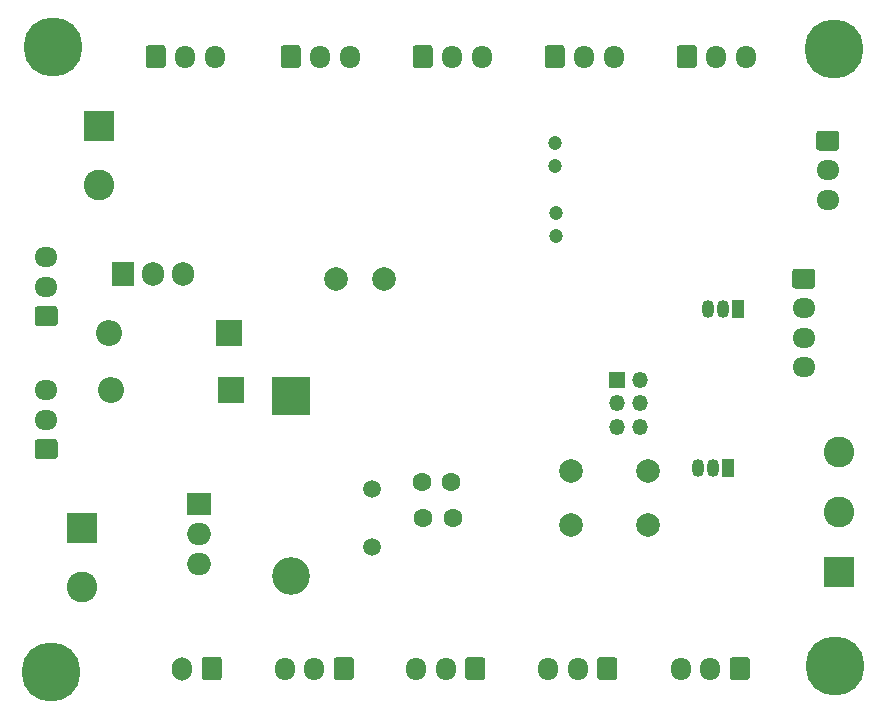
<source format=gbr>
%TF.GenerationSoftware,KiCad,Pcbnew,(5.1.8)-1*%
%TF.CreationDate,2021-09-09T16:11:34+01:00*%
%TF.ProjectId,OSC21,4f534332-312e-46b6-9963-61645f706362,rev?*%
%TF.SameCoordinates,Original*%
%TF.FileFunction,Soldermask,Bot*%
%TF.FilePolarity,Negative*%
%FSLAX46Y46*%
G04 Gerber Fmt 4.6, Leading zero omitted, Abs format (unit mm)*
G04 Created by KiCad (PCBNEW (5.1.8)-1) date 2021-09-09 16:11:34*
%MOMM*%
%LPD*%
G01*
G04 APERTURE LIST*
%ADD10O,1.950000X1.700000*%
%ADD11C,2.600000*%
%ADD12R,2.600000X2.600000*%
%ADD13O,1.700000X1.950000*%
%ADD14C,1.600000*%
%ADD15C,1.500000*%
%ADD16C,2.000000*%
%ADD17R,1.050000X1.500000*%
%ADD18O,1.050000X1.500000*%
%ADD19O,2.000000X1.905000*%
%ADD20R,2.000000X1.905000*%
%ADD21O,1.905000X2.000000*%
%ADD22R,1.905000X2.000000*%
%ADD23O,1.700000X2.000000*%
%ADD24O,1.350000X1.350000*%
%ADD25R,1.350000X1.350000*%
%ADD26C,5.000000*%
%ADD27O,3.200000X3.200000*%
%ADD28R,3.200000X3.200000*%
%ADD29O,2.200000X2.200000*%
%ADD30R,2.200000X2.200000*%
%ADD31C,1.200000*%
G04 APERTURE END LIST*
D10*
%TO.C,DIGITAL3*%
X124206000Y-97893500D03*
X124206000Y-100393500D03*
G36*
G01*
X124931000Y-103743500D02*
X123481000Y-103743500D01*
G75*
G02*
X123231000Y-103493500I0J250000D01*
G01*
X123231000Y-102293500D01*
G75*
G02*
X123481000Y-102043500I250000J0D01*
G01*
X124931000Y-102043500D01*
G75*
G02*
X125181000Y-102293500I0J-250000D01*
G01*
X125181000Y-103493500D01*
G75*
G02*
X124931000Y-103743500I-250000J0D01*
G01*
G37*
%TD*%
D11*
%TO.C,PWM2*%
X191325500Y-103124000D03*
X191325500Y-108204000D03*
D12*
X191325500Y-113284000D03*
%TD*%
D13*
%TO.C,PWM1*%
X177943500Y-121475500D03*
X180443500Y-121475500D03*
G36*
G01*
X183793500Y-120750500D02*
X183793500Y-122200500D01*
G75*
G02*
X183543500Y-122450500I-250000J0D01*
G01*
X182343500Y-122450500D01*
G75*
G02*
X182093500Y-122200500I0J250000D01*
G01*
X182093500Y-120750500D01*
G75*
G02*
X182343500Y-120500500I250000J0D01*
G01*
X183543500Y-120500500D01*
G75*
G02*
X183793500Y-120750500I0J-250000D01*
G01*
G37*
%TD*%
D11*
%TO.C,J1*%
X128714500Y-80565000D03*
D12*
X128714500Y-75565000D03*
%TD*%
D13*
%TO.C,DIGITAL2*%
X166704000Y-121475500D03*
X169204000Y-121475500D03*
G36*
G01*
X172554000Y-120750500D02*
X172554000Y-122200500D01*
G75*
G02*
X172304000Y-122450500I-250000J0D01*
G01*
X171104000Y-122450500D01*
G75*
G02*
X170854000Y-122200500I0J250000D01*
G01*
X170854000Y-120750500D01*
G75*
G02*
X171104000Y-120500500I250000J0D01*
G01*
X172304000Y-120500500D01*
G75*
G02*
X172554000Y-120750500I0J-250000D01*
G01*
G37*
%TD*%
D14*
%TO.C,C2*%
X158646500Y-108712000D03*
X156146500Y-108712000D03*
%TD*%
%TO.C,C1*%
X158519500Y-105664000D03*
X156019500Y-105664000D03*
%TD*%
D15*
%TO.C,Y1*%
X151828500Y-111179000D03*
X151828500Y-106299000D03*
%TD*%
D16*
%TO.C,SW1*%
X175156000Y-104775000D03*
X175156000Y-109275000D03*
X168656000Y-104775000D03*
X168656000Y-109275000D03*
%TD*%
D17*
%TO.C,Q4*%
X181927500Y-104521000D03*
D18*
X179387500Y-104521000D03*
X180657500Y-104521000D03*
%TD*%
D17*
%TO.C,Q3*%
X182753000Y-90995500D03*
D18*
X180213000Y-90995500D03*
X181483000Y-90995500D03*
%TD*%
D19*
%TO.C,Q2*%
X137160000Y-112649000D03*
X137160000Y-110109000D03*
D20*
X137160000Y-107569000D03*
%TD*%
D21*
%TO.C,Q1*%
X135826500Y-88074500D03*
X133286500Y-88074500D03*
D22*
X130746500Y-88074500D03*
%TD*%
D16*
%TO.C,L1*%
X152780500Y-88519000D03*
X148780500Y-88519000D03*
%TD*%
D13*
%TO.C,ANALOG4*%
X149907000Y-69659500D03*
X147407000Y-69659500D03*
G36*
G01*
X144057000Y-70384500D02*
X144057000Y-68934500D01*
G75*
G02*
X144307000Y-68684500I250000J0D01*
G01*
X145507000Y-68684500D01*
G75*
G02*
X145757000Y-68934500I0J-250000D01*
G01*
X145757000Y-70384500D01*
G75*
G02*
X145507000Y-70634500I-250000J0D01*
G01*
X144307000Y-70634500D01*
G75*
G02*
X144057000Y-70384500I0J250000D01*
G01*
G37*
%TD*%
%TO.C,ANALOG3*%
X161083000Y-69659500D03*
X158583000Y-69659500D03*
G36*
G01*
X155233000Y-70384500D02*
X155233000Y-68934500D01*
G75*
G02*
X155483000Y-68684500I250000J0D01*
G01*
X156683000Y-68684500D01*
G75*
G02*
X156933000Y-68934500I0J-250000D01*
G01*
X156933000Y-70384500D01*
G75*
G02*
X156683000Y-70634500I-250000J0D01*
G01*
X155483000Y-70634500D01*
G75*
G02*
X155233000Y-70384500I0J250000D01*
G01*
G37*
%TD*%
%TO.C,DIGITAL4*%
X155528000Y-121475500D03*
X158028000Y-121475500D03*
G36*
G01*
X161378000Y-120750500D02*
X161378000Y-122200500D01*
G75*
G02*
X161128000Y-122450500I-250000J0D01*
G01*
X159928000Y-122450500D01*
G75*
G02*
X159678000Y-122200500I0J250000D01*
G01*
X159678000Y-120750500D01*
G75*
G02*
X159928000Y-120500500I250000J0D01*
G01*
X161128000Y-120500500D01*
G75*
G02*
X161378000Y-120750500I0J-250000D01*
G01*
G37*
%TD*%
%TO.C,DIGITAL1*%
X138477000Y-69659500D03*
X135977000Y-69659500D03*
G36*
G01*
X132627000Y-70384500D02*
X132627000Y-68934500D01*
G75*
G02*
X132877000Y-68684500I250000J0D01*
G01*
X134077000Y-68684500D01*
G75*
G02*
X134327000Y-68934500I0J-250000D01*
G01*
X134327000Y-70384500D01*
G75*
G02*
X134077000Y-70634500I-250000J0D01*
G01*
X132877000Y-70634500D01*
G75*
G02*
X132627000Y-70384500I0J250000D01*
G01*
G37*
%TD*%
%TO.C,ANALOG2*%
X183451500Y-69659500D03*
X180951500Y-69659500D03*
G36*
G01*
X177601500Y-70384500D02*
X177601500Y-68934500D01*
G75*
G02*
X177851500Y-68684500I250000J0D01*
G01*
X179051500Y-68684500D01*
G75*
G02*
X179301500Y-68934500I0J-250000D01*
G01*
X179301500Y-70384500D01*
G75*
G02*
X179051500Y-70634500I-250000J0D01*
G01*
X177851500Y-70634500D01*
G75*
G02*
X177601500Y-70384500I0J250000D01*
G01*
G37*
%TD*%
%TO.C,ANALOG1*%
X172259000Y-69659500D03*
X169759000Y-69659500D03*
G36*
G01*
X166409000Y-70384500D02*
X166409000Y-68934500D01*
G75*
G02*
X166659000Y-68684500I250000J0D01*
G01*
X167859000Y-68684500D01*
G75*
G02*
X168109000Y-68934500I0J-250000D01*
G01*
X168109000Y-70384500D01*
G75*
G02*
X167859000Y-70634500I-250000J0D01*
G01*
X166659000Y-70634500D01*
G75*
G02*
X166409000Y-70384500I0J250000D01*
G01*
G37*
%TD*%
%TO.C,PWM4*%
X144415500Y-121475500D03*
X146915500Y-121475500D03*
G36*
G01*
X150265500Y-120750500D02*
X150265500Y-122200500D01*
G75*
G02*
X150015500Y-122450500I-250000J0D01*
G01*
X148815500Y-122450500D01*
G75*
G02*
X148565500Y-122200500I0J250000D01*
G01*
X148565500Y-120750500D01*
G75*
G02*
X148815500Y-120500500I250000J0D01*
G01*
X150015500Y-120500500D01*
G75*
G02*
X150265500Y-120750500I0J-250000D01*
G01*
G37*
%TD*%
D10*
%TO.C,PWM3*%
X124206000Y-86630500D03*
X124206000Y-89130500D03*
G36*
G01*
X124931000Y-92480500D02*
X123481000Y-92480500D01*
G75*
G02*
X123231000Y-92230500I0J250000D01*
G01*
X123231000Y-91030500D01*
G75*
G02*
X123481000Y-90780500I250000J0D01*
G01*
X124931000Y-90780500D01*
G75*
G02*
X125181000Y-91030500I0J-250000D01*
G01*
X125181000Y-92230500D01*
G75*
G02*
X124931000Y-92480500I-250000J0D01*
G01*
G37*
%TD*%
D23*
%TO.C,UART1*%
X135739500Y-121475500D03*
G36*
G01*
X139089500Y-120725500D02*
X139089500Y-122225500D01*
G75*
G02*
X138839500Y-122475500I-250000J0D01*
G01*
X137639500Y-122475500D01*
G75*
G02*
X137389500Y-122225500I0J250000D01*
G01*
X137389500Y-120725500D01*
G75*
G02*
X137639500Y-120475500I250000J0D01*
G01*
X138839500Y-120475500D01*
G75*
G02*
X139089500Y-120725500I0J-250000D01*
G01*
G37*
%TD*%
D11*
%TO.C,solenoid1*%
X127254000Y-114537500D03*
D12*
X127254000Y-109537500D03*
%TD*%
D10*
%TO.C,Sharp1*%
X190373000Y-81771500D03*
X190373000Y-79271500D03*
G36*
G01*
X189648000Y-75921500D02*
X191098000Y-75921500D01*
G75*
G02*
X191348000Y-76171500I0J-250000D01*
G01*
X191348000Y-77371500D01*
G75*
G02*
X191098000Y-77621500I-250000J0D01*
G01*
X189648000Y-77621500D01*
G75*
G02*
X189398000Y-77371500I0J250000D01*
G01*
X189398000Y-76171500D01*
G75*
G02*
X189648000Y-75921500I250000J0D01*
G01*
G37*
%TD*%
%TO.C,UART_to_raspberry1*%
X188341000Y-95955500D03*
X188341000Y-93455500D03*
X188341000Y-90955500D03*
G36*
G01*
X187616000Y-87605500D02*
X189066000Y-87605500D01*
G75*
G02*
X189316000Y-87855500I0J-250000D01*
G01*
X189316000Y-89055500D01*
G75*
G02*
X189066000Y-89305500I-250000J0D01*
G01*
X187616000Y-89305500D01*
G75*
G02*
X187366000Y-89055500I0J250000D01*
G01*
X187366000Y-87855500D01*
G75*
G02*
X187616000Y-87605500I250000J0D01*
G01*
G37*
%TD*%
D24*
%TO.C,J2*%
X174529500Y-101028000D03*
X172529500Y-101028000D03*
X174529500Y-99028000D03*
X172529500Y-99028000D03*
X174529500Y-97028000D03*
D25*
X172529500Y-97028000D03*
%TD*%
D26*
%TO.C,H4*%
X124587000Y-121793000D03*
%TD*%
%TO.C,H3*%
X191008000Y-121285000D03*
%TD*%
%TO.C,H2*%
X190944500Y-69024500D03*
%TD*%
%TO.C,H1*%
X124777500Y-68834000D03*
%TD*%
D27*
%TO.C,D5*%
X144970500Y-113601500D03*
D28*
X144970500Y-98361500D03*
%TD*%
D29*
%TO.C,D4*%
X129667000Y-97917000D03*
D30*
X139827000Y-97917000D03*
%TD*%
D29*
%TO.C,D2*%
X129540000Y-93091000D03*
D30*
X139700000Y-93091000D03*
%TD*%
D31*
%TO.C,C9*%
X167386000Y-84867500D03*
X167386000Y-82867500D03*
%TD*%
%TO.C,C6*%
X167322500Y-78962000D03*
X167322500Y-76962000D03*
%TD*%
M02*

</source>
